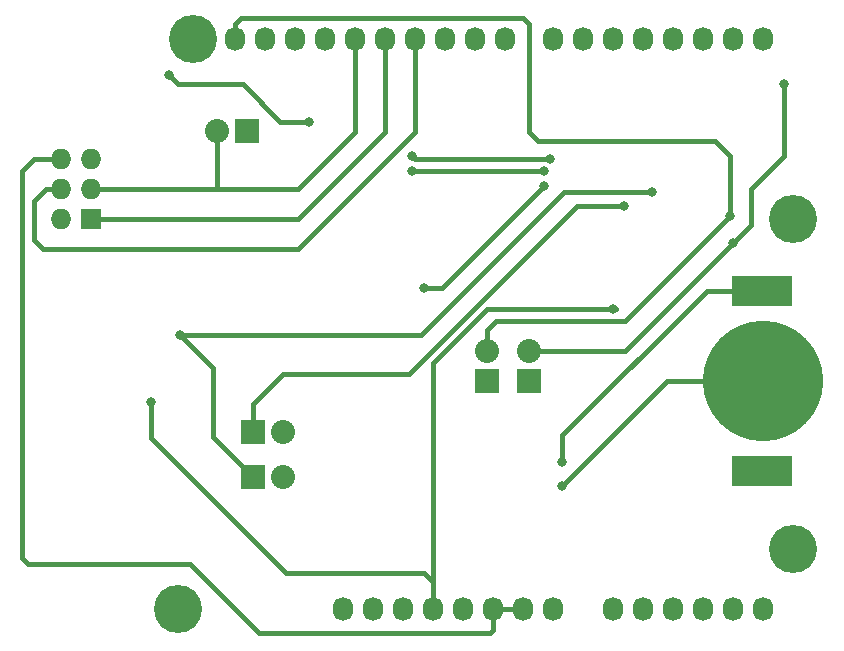
<source format=gbr>
G04 #@! TF.FileFunction,Copper,L2,Bot,Signal*
%FSLAX46Y46*%
G04 Gerber Fmt 4.6, Leading zero omitted, Abs format (unit mm)*
G04 Created by KiCad (PCBNEW 4.0.3-stable) date 08/15/16 11:45:07*
%MOMM*%
%LPD*%
G01*
G04 APERTURE LIST*
%ADD10C,0.100000*%
%ADD11C,4.064000*%
%ADD12O,1.727200X2.032000*%
%ADD13R,5.100320X2.499360*%
%ADD14C,10.200640*%
%ADD15R,2.032000X2.032000*%
%ADD16O,2.032000X2.032000*%
%ADD17R,1.727200X1.727200*%
%ADD18O,1.727200X1.727200*%
%ADD19C,0.800000*%
%ADD20C,0.400000*%
G04 APERTURE END LIST*
D10*
D11*
X124968000Y-123825000D03*
X177038000Y-118745000D03*
X126238000Y-75565000D03*
X177038000Y-90805000D03*
D12*
X161798000Y-123825000D03*
X164338000Y-123825000D03*
X166878000Y-123825000D03*
X169418000Y-123825000D03*
X171958000Y-123825000D03*
X174498000Y-123825000D03*
D13*
X174398940Y-112171480D03*
D14*
X174498000Y-104521000D03*
D13*
X174398940Y-96870520D03*
D12*
X152654000Y-75565000D03*
X150114000Y-75565000D03*
X147574000Y-75565000D03*
X145034000Y-75565000D03*
X142494000Y-75565000D03*
X139954000Y-75565000D03*
X137414000Y-75565000D03*
X134874000Y-75565000D03*
X132334000Y-75565000D03*
X129794000Y-75565000D03*
X174498000Y-75565000D03*
X171958000Y-75565000D03*
X169418000Y-75565000D03*
X166878000Y-75565000D03*
X164338000Y-75565000D03*
X161798000Y-75565000D03*
X159258000Y-75565000D03*
X156718000Y-75565000D03*
D15*
X131318000Y-108839000D03*
D16*
X133858000Y-108839000D03*
D15*
X131318000Y-112649000D03*
D16*
X133858000Y-112649000D03*
D15*
X130810000Y-83312000D03*
D16*
X128270000Y-83312000D03*
D15*
X151130000Y-104521000D03*
D16*
X151130000Y-101981000D03*
D15*
X154686000Y-104521000D03*
D16*
X154686000Y-101981000D03*
D12*
X138938000Y-123825000D03*
X141478000Y-123825000D03*
X144018000Y-123825000D03*
X146558000Y-123825000D03*
X149098000Y-123825000D03*
X151638000Y-123825000D03*
X154178000Y-123825000D03*
X156718000Y-123825000D03*
D17*
X117602000Y-90805000D03*
D18*
X115062000Y-90805000D03*
X117602000Y-88265000D03*
X115062000Y-88265000D03*
X117602000Y-85725000D03*
X115062000Y-85725000D03*
D19*
X136017000Y-82550000D03*
X124206000Y-78613000D03*
X156464000Y-85725000D03*
X144780000Y-85471000D03*
X157480000Y-113411000D03*
X161798000Y-98425000D03*
X122682000Y-106299000D03*
X171958000Y-92837000D03*
X176276000Y-79375000D03*
X171704000Y-90551000D03*
X157480000Y-111379000D03*
X144780000Y-86741000D03*
X155956000Y-86741000D03*
X165100000Y-88519000D03*
X125095000Y-100584000D03*
X145796000Y-96647000D03*
X155956000Y-88011000D03*
X162687000Y-89662000D03*
D20*
X133604000Y-82550000D02*
X136017000Y-82550000D01*
X130429000Y-79375000D02*
X133604000Y-82550000D01*
X124968000Y-79375000D02*
X130429000Y-79375000D01*
X124206000Y-78613000D02*
X124968000Y-79375000D01*
X145034000Y-85725000D02*
X156464000Y-85725000D01*
X144780000Y-85471000D02*
X145034000Y-85725000D01*
X174498000Y-104521000D02*
X166370000Y-104521000D01*
X166370000Y-104521000D02*
X157480000Y-113411000D01*
X151638000Y-123825000D02*
X154178000Y-123825000D01*
X151638000Y-123825000D02*
X151638000Y-125603000D01*
X112776000Y-85725000D02*
X115062000Y-85725000D01*
X111760000Y-86741000D02*
X112776000Y-85725000D01*
X111760000Y-119507000D02*
X111760000Y-86741000D01*
X112268000Y-120015000D02*
X111760000Y-119507000D01*
X125984000Y-120015000D02*
X112268000Y-120015000D01*
X131826000Y-125857000D02*
X125984000Y-120015000D01*
X151384000Y-125857000D02*
X131826000Y-125857000D01*
X151638000Y-125603000D02*
X151384000Y-125857000D01*
X146558000Y-123825000D02*
X146558000Y-102997000D01*
X162052000Y-98425000D02*
X161798000Y-98425000D01*
X151130000Y-98425000D02*
X162052000Y-98425000D01*
X146558000Y-102997000D02*
X151130000Y-98425000D01*
X146558000Y-123825000D02*
X146558000Y-121539000D01*
X122682000Y-109347000D02*
X122682000Y-106299000D01*
X134112000Y-120777000D02*
X122682000Y-109347000D01*
X145796000Y-120777000D02*
X134112000Y-120777000D01*
X146558000Y-121539000D02*
X145796000Y-120777000D01*
X154686000Y-101981000D02*
X162814000Y-101981000D01*
X162814000Y-101981000D02*
X171958000Y-92837000D01*
X173482000Y-91313000D02*
X171958000Y-92837000D01*
X173482000Y-88265000D02*
X173482000Y-91313000D01*
X176276000Y-85471000D02*
X173482000Y-88265000D01*
X176276000Y-79375000D02*
X176276000Y-85471000D01*
X151130000Y-101981000D02*
X151130000Y-100203000D01*
X151130000Y-100203000D02*
X151892000Y-99441000D01*
X151892000Y-99441000D02*
X162814000Y-99441000D01*
X162814000Y-99441000D02*
X171704000Y-90551000D01*
X129794000Y-75565000D02*
X129794000Y-74295000D01*
X129794000Y-74295000D02*
X130302000Y-73787000D01*
X130302000Y-73787000D02*
X154178000Y-73787000D01*
X154178000Y-73787000D02*
X154686000Y-74295000D01*
X154686000Y-74295000D02*
X154686000Y-83439000D01*
X154686000Y-83439000D02*
X155448000Y-84201000D01*
X155448000Y-84201000D02*
X170434000Y-84201000D01*
X170434000Y-84201000D02*
X171704000Y-85471000D01*
X171704000Y-85471000D02*
X171704000Y-90551000D01*
X174398940Y-96870520D02*
X169702480Y-96870520D01*
X157480000Y-109093000D02*
X157480000Y-111379000D01*
X169702480Y-96870520D02*
X157480000Y-109093000D01*
X174398940Y-96870520D02*
X171988480Y-96870520D01*
X155956000Y-86741000D02*
X144780000Y-86741000D01*
X125095000Y-100584000D02*
X145542000Y-100584000D01*
X157607000Y-88519000D02*
X165100000Y-88519000D01*
X145542000Y-100584000D02*
X157607000Y-88519000D01*
X127889000Y-109220000D02*
X131318000Y-112649000D01*
X127889000Y-103378000D02*
X127889000Y-109220000D01*
X125095000Y-100584000D02*
X127889000Y-103378000D01*
X147320000Y-96647000D02*
X145796000Y-96647000D01*
X155956000Y-88011000D02*
X147320000Y-96647000D01*
X117602000Y-90805000D02*
X135128000Y-90805000D01*
X142494000Y-83439000D02*
X142494000Y-75565000D01*
X135128000Y-90805000D02*
X142494000Y-83439000D01*
X128270000Y-83312000D02*
X128270000Y-88265000D01*
X117602000Y-88265000D02*
X128270000Y-88265000D01*
X128270000Y-88265000D02*
X135128000Y-88265000D01*
X139954000Y-83439000D02*
X139954000Y-75565000D01*
X135128000Y-88265000D02*
X139954000Y-83439000D01*
X145034000Y-75565000D02*
X145034000Y-83439000D01*
X113792000Y-88265000D02*
X115062000Y-88265000D01*
X112776000Y-89281000D02*
X113792000Y-88265000D01*
X112776000Y-92583000D02*
X112776000Y-89281000D01*
X113538000Y-93345000D02*
X112776000Y-92583000D01*
X135128000Y-93345000D02*
X113538000Y-93345000D01*
X145034000Y-83439000D02*
X135128000Y-93345000D01*
X131318000Y-108839000D02*
X131318000Y-106426000D01*
X158750000Y-89662000D02*
X162687000Y-89662000D01*
X144526000Y-103886000D02*
X158750000Y-89662000D01*
X133858000Y-103886000D02*
X144526000Y-103886000D01*
X131318000Y-106426000D02*
X133858000Y-103886000D01*
M02*

</source>
